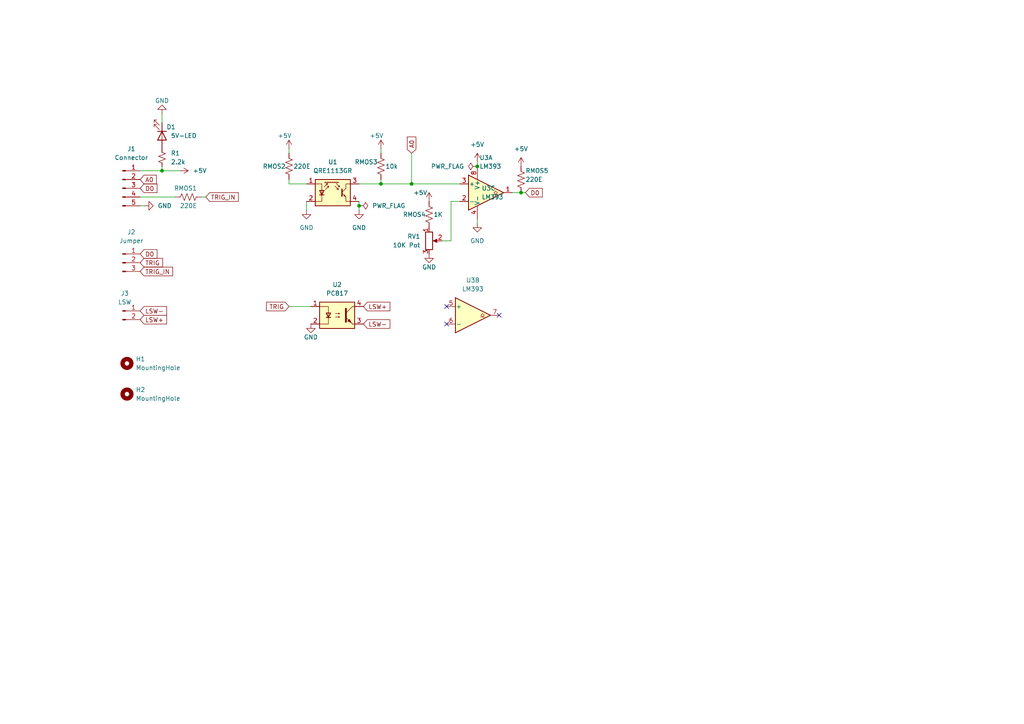
<source format=kicad_sch>
(kicad_sch (version 20230121) (generator eeschema)

  (uuid b2e1bde8-8792-46aa-a276-64435865ae60)

  (paper "A4")

  (lib_symbols
    (symbol "Comparator:LM393" (pin_names (offset 0.127)) (in_bom yes) (on_board yes)
      (property "Reference" "U" (at 3.81 3.81 0)
        (effects (font (size 1.27 1.27)))
      )
      (property "Value" "LM393" (at 6.35 -3.81 0)
        (effects (font (size 1.27 1.27)))
      )
      (property "Footprint" "" (at 0 0 0)
        (effects (font (size 1.27 1.27)) hide)
      )
      (property "Datasheet" "http://www.ti.com/lit/ds/symlink/lm393.pdf" (at 0 0 0)
        (effects (font (size 1.27 1.27)) hide)
      )
      (property "ki_locked" "" (at 0 0 0)
        (effects (font (size 1.27 1.27)))
      )
      (property "ki_keywords" "cmp open collector" (at 0 0 0)
        (effects (font (size 1.27 1.27)) hide)
      )
      (property "ki_description" "Low-Power, Low-Offset Voltage, Dual Comparators, DIP-8/SOIC-8/TO-99-8" (at 0 0 0)
        (effects (font (size 1.27 1.27)) hide)
      )
      (property "ki_fp_filters" "SOIC*3.9x4.9mm*P1.27mm* DIP*W7.62mm* SOP*5.28x5.23mm*P1.27mm* VSSOP*3.0x3.0mm*P0.65mm* TSSOP*4.4x3mm*P0.65mm*" (at 0 0 0)
        (effects (font (size 1.27 1.27)) hide)
      )
      (symbol "LM393_1_1"
        (polyline
          (pts
            (xy -5.08 5.08)
            (xy 5.08 0)
            (xy -5.08 -5.08)
            (xy -5.08 5.08)
          )
          (stroke (width 0.254) (type default))
          (fill (type background))
        )
        (polyline
          (pts
            (xy 3.302 -0.508)
            (xy 2.794 -0.508)
            (xy 3.302 0)
            (xy 2.794 0.508)
            (xy 2.286 0)
            (xy 2.794 -0.508)
            (xy 2.286 -0.508)
          )
          (stroke (width 0.127) (type default))
          (fill (type none))
        )
        (pin open_collector line (at 7.62 0 180) (length 2.54)
          (name "~" (effects (font (size 1.27 1.27))))
          (number "1" (effects (font (size 1.27 1.27))))
        )
        (pin input line (at -7.62 -2.54 0) (length 2.54)
          (name "-" (effects (font (size 1.27 1.27))))
          (number "2" (effects (font (size 1.27 1.27))))
        )
        (pin input line (at -7.62 2.54 0) (length 2.54)
          (name "+" (effects (font (size 1.27 1.27))))
          (number "3" (effects (font (size 1.27 1.27))))
        )
      )
      (symbol "LM393_2_1"
        (polyline
          (pts
            (xy -5.08 5.08)
            (xy 5.08 0)
            (xy -5.08 -5.08)
            (xy -5.08 5.08)
          )
          (stroke (width 0.254) (type default))
          (fill (type background))
        )
        (polyline
          (pts
            (xy 3.302 -0.508)
            (xy 2.794 -0.508)
            (xy 3.302 0)
            (xy 2.794 0.508)
            (xy 2.286 0)
            (xy 2.794 -0.508)
            (xy 2.286 -0.508)
          )
          (stroke (width 0.127) (type default))
          (fill (type none))
        )
        (pin input line (at -7.62 2.54 0) (length 2.54)
          (name "+" (effects (font (size 1.27 1.27))))
          (number "5" (effects (font (size 1.27 1.27))))
        )
        (pin input line (at -7.62 -2.54 0) (length 2.54)
          (name "-" (effects (font (size 1.27 1.27))))
          (number "6" (effects (font (size 1.27 1.27))))
        )
        (pin open_collector line (at 7.62 0 180) (length 2.54)
          (name "~" (effects (font (size 1.27 1.27))))
          (number "7" (effects (font (size 1.27 1.27))))
        )
      )
      (symbol "LM393_3_1"
        (pin power_in line (at -2.54 -7.62 90) (length 3.81)
          (name "V-" (effects (font (size 1.27 1.27))))
          (number "4" (effects (font (size 1.27 1.27))))
        )
        (pin power_in line (at -2.54 7.62 270) (length 3.81)
          (name "V+" (effects (font (size 1.27 1.27))))
          (number "8" (effects (font (size 1.27 1.27))))
        )
      )
    )
    (symbol "Connector:Conn_01x02_Pin" (pin_names (offset 1.016) hide) (in_bom yes) (on_board yes)
      (property "Reference" "J" (at 0 2.54 0)
        (effects (font (size 1.27 1.27)))
      )
      (property "Value" "Conn_01x02_Pin" (at 0 -5.08 0)
        (effects (font (size 1.27 1.27)))
      )
      (property "Footprint" "" (at 0 0 0)
        (effects (font (size 1.27 1.27)) hide)
      )
      (property "Datasheet" "~" (at 0 0 0)
        (effects (font (size 1.27 1.27)) hide)
      )
      (property "ki_locked" "" (at 0 0 0)
        (effects (font (size 1.27 1.27)))
      )
      (property "ki_keywords" "connector" (at 0 0 0)
        (effects (font (size 1.27 1.27)) hide)
      )
      (property "ki_description" "Generic connector, single row, 01x02, script generated" (at 0 0 0)
        (effects (font (size 1.27 1.27)) hide)
      )
      (property "ki_fp_filters" "Connector*:*_1x??_*" (at 0 0 0)
        (effects (font (size 1.27 1.27)) hide)
      )
      (symbol "Conn_01x02_Pin_1_1"
        (polyline
          (pts
            (xy 1.27 -2.54)
            (xy 0.8636 -2.54)
          )
          (stroke (width 0.1524) (type default))
          (fill (type none))
        )
        (polyline
          (pts
            (xy 1.27 0)
            (xy 0.8636 0)
          )
          (stroke (width 0.1524) (type default))
          (fill (type none))
        )
        (rectangle (start 0.8636 -2.413) (end 0 -2.667)
          (stroke (width 0.1524) (type default))
          (fill (type outline))
        )
        (rectangle (start 0.8636 0.127) (end 0 -0.127)
          (stroke (width 0.1524) (type default))
          (fill (type outline))
        )
        (pin passive line (at 5.08 0 180) (length 3.81)
          (name "Pin_1" (effects (font (size 1.27 1.27))))
          (number "1" (effects (font (size 1.27 1.27))))
        )
        (pin passive line (at 5.08 -2.54 180) (length 3.81)
          (name "Pin_2" (effects (font (size 1.27 1.27))))
          (number "2" (effects (font (size 1.27 1.27))))
        )
      )
    )
    (symbol "Connector:Conn_01x03_Pin" (pin_names (offset 1.016) hide) (in_bom yes) (on_board yes)
      (property "Reference" "J" (at 0 5.08 0)
        (effects (font (size 1.27 1.27)))
      )
      (property "Value" "Conn_01x03_Pin" (at 0 -5.08 0)
        (effects (font (size 1.27 1.27)))
      )
      (property "Footprint" "" (at 0 0 0)
        (effects (font (size 1.27 1.27)) hide)
      )
      (property "Datasheet" "~" (at 0 0 0)
        (effects (font (size 1.27 1.27)) hide)
      )
      (property "ki_locked" "" (at 0 0 0)
        (effects (font (size 1.27 1.27)))
      )
      (property "ki_keywords" "connector" (at 0 0 0)
        (effects (font (size 1.27 1.27)) hide)
      )
      (property "ki_description" "Generic connector, single row, 01x03, script generated" (at 0 0 0)
        (effects (font (size 1.27 1.27)) hide)
      )
      (property "ki_fp_filters" "Connector*:*_1x??_*" (at 0 0 0)
        (effects (font (size 1.27 1.27)) hide)
      )
      (symbol "Conn_01x03_Pin_1_1"
        (polyline
          (pts
            (xy 1.27 -2.54)
            (xy 0.8636 -2.54)
          )
          (stroke (width 0.1524) (type default))
          (fill (type none))
        )
        (polyline
          (pts
            (xy 1.27 0)
            (xy 0.8636 0)
          )
          (stroke (width 0.1524) (type default))
          (fill (type none))
        )
        (polyline
          (pts
            (xy 1.27 2.54)
            (xy 0.8636 2.54)
          )
          (stroke (width 0.1524) (type default))
          (fill (type none))
        )
        (rectangle (start 0.8636 -2.413) (end 0 -2.667)
          (stroke (width 0.1524) (type default))
          (fill (type outline))
        )
        (rectangle (start 0.8636 0.127) (end 0 -0.127)
          (stroke (width 0.1524) (type default))
          (fill (type outline))
        )
        (rectangle (start 0.8636 2.667) (end 0 2.413)
          (stroke (width 0.1524) (type default))
          (fill (type outline))
        )
        (pin passive line (at 5.08 2.54 180) (length 3.81)
          (name "Pin_1" (effects (font (size 1.27 1.27))))
          (number "1" (effects (font (size 1.27 1.27))))
        )
        (pin passive line (at 5.08 0 180) (length 3.81)
          (name "Pin_2" (effects (font (size 1.27 1.27))))
          (number "2" (effects (font (size 1.27 1.27))))
        )
        (pin passive line (at 5.08 -2.54 180) (length 3.81)
          (name "Pin_3" (effects (font (size 1.27 1.27))))
          (number "3" (effects (font (size 1.27 1.27))))
        )
      )
    )
    (symbol "Connector:Conn_01x05_Pin" (pin_names (offset 1.016) hide) (in_bom yes) (on_board yes)
      (property "Reference" "J" (at 0 7.62 0)
        (effects (font (size 1.27 1.27)))
      )
      (property "Value" "Conn_01x05_Pin" (at 0 -7.62 0)
        (effects (font (size 1.27 1.27)))
      )
      (property "Footprint" "" (at 0 0 0)
        (effects (font (size 1.27 1.27)) hide)
      )
      (property "Datasheet" "~" (at 0 0 0)
        (effects (font (size 1.27 1.27)) hide)
      )
      (property "ki_locked" "" (at 0 0 0)
        (effects (font (size 1.27 1.27)))
      )
      (property "ki_keywords" "connector" (at 0 0 0)
        (effects (font (size 1.27 1.27)) hide)
      )
      (property "ki_description" "Generic connector, single row, 01x05, script generated" (at 0 0 0)
        (effects (font (size 1.27 1.27)) hide)
      )
      (property "ki_fp_filters" "Connector*:*_1x??_*" (at 0 0 0)
        (effects (font (size 1.27 1.27)) hide)
      )
      (symbol "Conn_01x05_Pin_1_1"
        (polyline
          (pts
            (xy 1.27 -5.08)
            (xy 0.8636 -5.08)
          )
          (stroke (width 0.1524) (type default))
          (fill (type none))
        )
        (polyline
          (pts
            (xy 1.27 -2.54)
            (xy 0.8636 -2.54)
          )
          (stroke (width 0.1524) (type default))
          (fill (type none))
        )
        (polyline
          (pts
            (xy 1.27 0)
            (xy 0.8636 0)
          )
          (stroke (width 0.1524) (type default))
          (fill (type none))
        )
        (polyline
          (pts
            (xy 1.27 2.54)
            (xy 0.8636 2.54)
          )
          (stroke (width 0.1524) (type default))
          (fill (type none))
        )
        (polyline
          (pts
            (xy 1.27 5.08)
            (xy 0.8636 5.08)
          )
          (stroke (width 0.1524) (type default))
          (fill (type none))
        )
        (rectangle (start 0.8636 -4.953) (end 0 -5.207)
          (stroke (width 0.1524) (type default))
          (fill (type outline))
        )
        (rectangle (start 0.8636 -2.413) (end 0 -2.667)
          (stroke (width 0.1524) (type default))
          (fill (type outline))
        )
        (rectangle (start 0.8636 0.127) (end 0 -0.127)
          (stroke (width 0.1524) (type default))
          (fill (type outline))
        )
        (rectangle (start 0.8636 2.667) (end 0 2.413)
          (stroke (width 0.1524) (type default))
          (fill (type outline))
        )
        (rectangle (start 0.8636 5.207) (end 0 4.953)
          (stroke (width 0.1524) (type default))
          (fill (type outline))
        )
        (pin passive line (at 5.08 5.08 180) (length 3.81)
          (name "Pin_1" (effects (font (size 1.27 1.27))))
          (number "1" (effects (font (size 1.27 1.27))))
        )
        (pin passive line (at 5.08 2.54 180) (length 3.81)
          (name "Pin_2" (effects (font (size 1.27 1.27))))
          (number "2" (effects (font (size 1.27 1.27))))
        )
        (pin passive line (at 5.08 0 180) (length 3.81)
          (name "Pin_3" (effects (font (size 1.27 1.27))))
          (number "3" (effects (font (size 1.27 1.27))))
        )
        (pin passive line (at 5.08 -2.54 180) (length 3.81)
          (name "Pin_4" (effects (font (size 1.27 1.27))))
          (number "4" (effects (font (size 1.27 1.27))))
        )
        (pin passive line (at 5.08 -5.08 180) (length 3.81)
          (name "Pin_5" (effects (font (size 1.27 1.27))))
          (number "5" (effects (font (size 1.27 1.27))))
        )
      )
    )
    (symbol "Device:LED" (pin_numbers hide) (pin_names (offset 1.016) hide) (in_bom yes) (on_board yes)
      (property "Reference" "D" (at 0 2.54 0)
        (effects (font (size 1.27 1.27)))
      )
      (property "Value" "LED" (at 0 -2.54 0)
        (effects (font (size 1.27 1.27)))
      )
      (property "Footprint" "" (at 0 0 0)
        (effects (font (size 1.27 1.27)) hide)
      )
      (property "Datasheet" "~" (at 0 0 0)
        (effects (font (size 1.27 1.27)) hide)
      )
      (property "ki_keywords" "LED diode" (at 0 0 0)
        (effects (font (size 1.27 1.27)) hide)
      )
      (property "ki_description" "Light emitting diode" (at 0 0 0)
        (effects (font (size 1.27 1.27)) hide)
      )
      (property "ki_fp_filters" "LED* LED_SMD:* LED_THT:*" (at 0 0 0)
        (effects (font (size 1.27 1.27)) hide)
      )
      (symbol "LED_0_1"
        (polyline
          (pts
            (xy -1.27 -1.27)
            (xy -1.27 1.27)
          )
          (stroke (width 0.254) (type default))
          (fill (type none))
        )
        (polyline
          (pts
            (xy -1.27 0)
            (xy 1.27 0)
          )
          (stroke (width 0) (type default))
          (fill (type none))
        )
        (polyline
          (pts
            (xy 1.27 -1.27)
            (xy 1.27 1.27)
            (xy -1.27 0)
            (xy 1.27 -1.27)
          )
          (stroke (width 0.254) (type default))
          (fill (type none))
        )
        (polyline
          (pts
            (xy -3.048 -0.762)
            (xy -4.572 -2.286)
            (xy -3.81 -2.286)
            (xy -4.572 -2.286)
            (xy -4.572 -1.524)
          )
          (stroke (width 0) (type default))
          (fill (type none))
        )
        (polyline
          (pts
            (xy -1.778 -0.762)
            (xy -3.302 -2.286)
            (xy -2.54 -2.286)
            (xy -3.302 -2.286)
            (xy -3.302 -1.524)
          )
          (stroke (width 0) (type default))
          (fill (type none))
        )
      )
      (symbol "LED_1_1"
        (pin passive line (at -3.81 0 0) (length 2.54)
          (name "K" (effects (font (size 1.27 1.27))))
          (number "1" (effects (font (size 1.27 1.27))))
        )
        (pin passive line (at 3.81 0 180) (length 2.54)
          (name "A" (effects (font (size 1.27 1.27))))
          (number "2" (effects (font (size 1.27 1.27))))
        )
      )
    )
    (symbol "Device:R_Potentiometer" (pin_names (offset 1.016) hide) (in_bom yes) (on_board yes)
      (property "Reference" "RV" (at -4.445 0 90)
        (effects (font (size 1.27 1.27)))
      )
      (property "Value" "R_Potentiometer" (at -2.54 0 90)
        (effects (font (size 1.27 1.27)))
      )
      (property "Footprint" "" (at 0 0 0)
        (effects (font (size 1.27 1.27)) hide)
      )
      (property "Datasheet" "~" (at 0 0 0)
        (effects (font (size 1.27 1.27)) hide)
      )
      (property "ki_keywords" "resistor variable" (at 0 0 0)
        (effects (font (size 1.27 1.27)) hide)
      )
      (property "ki_description" "Potentiometer" (at 0 0 0)
        (effects (font (size 1.27 1.27)) hide)
      )
      (property "ki_fp_filters" "Potentiometer*" (at 0 0 0)
        (effects (font (size 1.27 1.27)) hide)
      )
      (symbol "R_Potentiometer_0_1"
        (polyline
          (pts
            (xy 2.54 0)
            (xy 1.524 0)
          )
          (stroke (width 0) (type default))
          (fill (type none))
        )
        (polyline
          (pts
            (xy 1.143 0)
            (xy 2.286 0.508)
            (xy 2.286 -0.508)
            (xy 1.143 0)
          )
          (stroke (width 0) (type default))
          (fill (type outline))
        )
        (rectangle (start 1.016 2.54) (end -1.016 -2.54)
          (stroke (width 0.254) (type default))
          (fill (type none))
        )
      )
      (symbol "R_Potentiometer_1_1"
        (pin passive line (at 0 3.81 270) (length 1.27)
          (name "1" (effects (font (size 1.27 1.27))))
          (number "1" (effects (font (size 1.27 1.27))))
        )
        (pin passive line (at 3.81 0 180) (length 1.27)
          (name "2" (effects (font (size 1.27 1.27))))
          (number "2" (effects (font (size 1.27 1.27))))
        )
        (pin passive line (at 0 -3.81 90) (length 1.27)
          (name "3" (effects (font (size 1.27 1.27))))
          (number "3" (effects (font (size 1.27 1.27))))
        )
      )
    )
    (symbol "Device:R_Small_US" (pin_numbers hide) (pin_names (offset 0.254) hide) (in_bom yes) (on_board yes)
      (property "Reference" "R" (at 0.762 0.508 0)
        (effects (font (size 1.27 1.27)) (justify left))
      )
      (property "Value" "R_Small_US" (at 0.762 -1.016 0)
        (effects (font (size 1.27 1.27)) (justify left))
      )
      (property "Footprint" "" (at 0 0 0)
        (effects (font (size 1.27 1.27)) hide)
      )
      (property "Datasheet" "~" (at 0 0 0)
        (effects (font (size 1.27 1.27)) hide)
      )
      (property "ki_keywords" "r resistor" (at 0 0 0)
        (effects (font (size 1.27 1.27)) hide)
      )
      (property "ki_description" "Resistor, small US symbol" (at 0 0 0)
        (effects (font (size 1.27 1.27)) hide)
      )
      (property "ki_fp_filters" "R_*" (at 0 0 0)
        (effects (font (size 1.27 1.27)) hide)
      )
      (symbol "R_Small_US_1_1"
        (polyline
          (pts
            (xy 0 0)
            (xy 1.016 -0.381)
            (xy 0 -0.762)
            (xy -1.016 -1.143)
            (xy 0 -1.524)
          )
          (stroke (width 0) (type default))
          (fill (type none))
        )
        (polyline
          (pts
            (xy 0 1.524)
            (xy 1.016 1.143)
            (xy 0 0.762)
            (xy -1.016 0.381)
            (xy 0 0)
          )
          (stroke (width 0) (type default))
          (fill (type none))
        )
        (pin passive line (at 0 2.54 270) (length 1.016)
          (name "~" (effects (font (size 1.27 1.27))))
          (number "1" (effects (font (size 1.27 1.27))))
        )
        (pin passive line (at 0 -2.54 90) (length 1.016)
          (name "~" (effects (font (size 1.27 1.27))))
          (number "2" (effects (font (size 1.27 1.27))))
        )
      )
    )
    (symbol "Device:R_US" (pin_numbers hide) (pin_names (offset 0)) (in_bom yes) (on_board yes)
      (property "Reference" "R" (at 2.54 0 90)
        (effects (font (size 1.27 1.27)))
      )
      (property "Value" "R_US" (at -2.54 0 90)
        (effects (font (size 1.27 1.27)))
      )
      (property "Footprint" "" (at 1.016 -0.254 90)
        (effects (font (size 1.27 1.27)) hide)
      )
      (property "Datasheet" "~" (at 0 0 0)
        (effects (font (size 1.27 1.27)) hide)
      )
      (property "ki_keywords" "R res resistor" (at 0 0 0)
        (effects (font (size 1.27 1.27)) hide)
      )
      (property "ki_description" "Resistor, US symbol" (at 0 0 0)
        (effects (font (size 1.27 1.27)) hide)
      )
      (property "ki_fp_filters" "R_*" (at 0 0 0)
        (effects (font (size 1.27 1.27)) hide)
      )
      (symbol "R_US_0_1"
        (polyline
          (pts
            (xy 0 -2.286)
            (xy 0 -2.54)
          )
          (stroke (width 0) (type default))
          (fill (type none))
        )
        (polyline
          (pts
            (xy 0 2.286)
            (xy 0 2.54)
          )
          (stroke (width 0) (type default))
          (fill (type none))
        )
        (polyline
          (pts
            (xy 0 -0.762)
            (xy 1.016 -1.143)
            (xy 0 -1.524)
            (xy -1.016 -1.905)
            (xy 0 -2.286)
          )
          (stroke (width 0) (type default))
          (fill (type none))
        )
        (polyline
          (pts
            (xy 0 0.762)
            (xy 1.016 0.381)
            (xy 0 0)
            (xy -1.016 -0.381)
            (xy 0 -0.762)
          )
          (stroke (width 0) (type default))
          (fill (type none))
        )
        (polyline
          (pts
            (xy 0 2.286)
            (xy 1.016 1.905)
            (xy 0 1.524)
            (xy -1.016 1.143)
            (xy 0 0.762)
          )
          (stroke (width 0) (type default))
          (fill (type none))
        )
      )
      (symbol "R_US_1_1"
        (pin passive line (at 0 3.81 270) (length 1.27)
          (name "~" (effects (font (size 1.27 1.27))))
          (number "1" (effects (font (size 1.27 1.27))))
        )
        (pin passive line (at 0 -3.81 90) (length 1.27)
          (name "~" (effects (font (size 1.27 1.27))))
          (number "2" (effects (font (size 1.27 1.27))))
        )
      )
    )
    (symbol "Isolator:PC817" (pin_names (offset 1.016)) (in_bom yes) (on_board yes)
      (property "Reference" "U" (at -5.08 5.08 0)
        (effects (font (size 1.27 1.27)) (justify left))
      )
      (property "Value" "PC817" (at 0 5.08 0)
        (effects (font (size 1.27 1.27)) (justify left))
      )
      (property "Footprint" "Package_DIP:DIP-4_W7.62mm" (at -5.08 -5.08 0)
        (effects (font (size 1.27 1.27) italic) (justify left) hide)
      )
      (property "Datasheet" "http://www.soselectronic.cz/a_info/resource/d/pc817.pdf" (at 0 0 0)
        (effects (font (size 1.27 1.27)) (justify left) hide)
      )
      (property "ki_keywords" "NPN DC Optocoupler" (at 0 0 0)
        (effects (font (size 1.27 1.27)) hide)
      )
      (property "ki_description" "DC Optocoupler, Vce 35V, CTR 50-300%, DIP-4" (at 0 0 0)
        (effects (font (size 1.27 1.27)) hide)
      )
      (property "ki_fp_filters" "DIP*W7.62mm*" (at 0 0 0)
        (effects (font (size 1.27 1.27)) hide)
      )
      (symbol "PC817_0_1"
        (rectangle (start -5.08 3.81) (end 5.08 -3.81)
          (stroke (width 0.254) (type default))
          (fill (type background))
        )
        (polyline
          (pts
            (xy -3.175 -0.635)
            (xy -1.905 -0.635)
          )
          (stroke (width 0.254) (type default))
          (fill (type none))
        )
        (polyline
          (pts
            (xy 2.54 0.635)
            (xy 4.445 2.54)
          )
          (stroke (width 0) (type default))
          (fill (type none))
        )
        (polyline
          (pts
            (xy 4.445 -2.54)
            (xy 2.54 -0.635)
          )
          (stroke (width 0) (type default))
          (fill (type outline))
        )
        (polyline
          (pts
            (xy 4.445 -2.54)
            (xy 5.08 -2.54)
          )
          (stroke (width 0) (type default))
          (fill (type none))
        )
        (polyline
          (pts
            (xy 4.445 2.54)
            (xy 5.08 2.54)
          )
          (stroke (width 0) (type default))
          (fill (type none))
        )
        (polyline
          (pts
            (xy -5.08 2.54)
            (xy -2.54 2.54)
            (xy -2.54 -0.635)
          )
          (stroke (width 0) (type default))
          (fill (type none))
        )
        (polyline
          (pts
            (xy -2.54 -0.635)
            (xy -2.54 -2.54)
            (xy -5.08 -2.54)
          )
          (stroke (width 0) (type default))
          (fill (type none))
        )
        (polyline
          (pts
            (xy 2.54 1.905)
            (xy 2.54 -1.905)
            (xy 2.54 -1.905)
          )
          (stroke (width 0.508) (type default))
          (fill (type none))
        )
        (polyline
          (pts
            (xy -2.54 -0.635)
            (xy -3.175 0.635)
            (xy -1.905 0.635)
            (xy -2.54 -0.635)
          )
          (stroke (width 0.254) (type default))
          (fill (type none))
        )
        (polyline
          (pts
            (xy -0.508 -0.508)
            (xy 0.762 -0.508)
            (xy 0.381 -0.635)
            (xy 0.381 -0.381)
            (xy 0.762 -0.508)
          )
          (stroke (width 0) (type default))
          (fill (type none))
        )
        (polyline
          (pts
            (xy -0.508 0.508)
            (xy 0.762 0.508)
            (xy 0.381 0.381)
            (xy 0.381 0.635)
            (xy 0.762 0.508)
          )
          (stroke (width 0) (type default))
          (fill (type none))
        )
        (polyline
          (pts
            (xy 3.048 -1.651)
            (xy 3.556 -1.143)
            (xy 4.064 -2.159)
            (xy 3.048 -1.651)
            (xy 3.048 -1.651)
          )
          (stroke (width 0) (type default))
          (fill (type outline))
        )
      )
      (symbol "PC817_1_1"
        (pin passive line (at -7.62 2.54 0) (length 2.54)
          (name "~" (effects (font (size 1.27 1.27))))
          (number "1" (effects (font (size 1.27 1.27))))
        )
        (pin passive line (at -7.62 -2.54 0) (length 2.54)
          (name "~" (effects (font (size 1.27 1.27))))
          (number "2" (effects (font (size 1.27 1.27))))
        )
        (pin passive line (at 7.62 -2.54 180) (length 2.54)
          (name "~" (effects (font (size 1.27 1.27))))
          (number "3" (effects (font (size 1.27 1.27))))
        )
        (pin passive line (at 7.62 2.54 180) (length 2.54)
          (name "~" (effects (font (size 1.27 1.27))))
          (number "4" (effects (font (size 1.27 1.27))))
        )
      )
    )
    (symbol "Mechanical:MountingHole" (pin_names (offset 1.016)) (in_bom yes) (on_board yes)
      (property "Reference" "H" (at 0 5.08 0)
        (effects (font (size 1.27 1.27)))
      )
      (property "Value" "MountingHole" (at 0 3.175 0)
        (effects (font (size 1.27 1.27)))
      )
      (property "Footprint" "" (at 0 0 0)
        (effects (font (size 1.27 1.27)) hide)
      )
      (property "Datasheet" "~" (at 0 0 0)
        (effects (font (size 1.27 1.27)) hide)
      )
      (property "ki_keywords" "mounting hole" (at 0 0 0)
        (effects (font (size 1.27 1.27)) hide)
      )
      (property "ki_description" "Mounting Hole without connection" (at 0 0 0)
        (effects (font (size 1.27 1.27)) hide)
      )
      (property "ki_fp_filters" "MountingHole*" (at 0 0 0)
        (effects (font (size 1.27 1.27)) hide)
      )
      (symbol "MountingHole_0_1"
        (circle (center 0 0) (radius 1.27)
          (stroke (width 1.27) (type default))
          (fill (type none))
        )
      )
    )
    (symbol "Sensor_Proximity:QRE1113GR" (pin_names (offset 0.0254) hide) (in_bom yes) (on_board yes)
      (property "Reference" "U" (at -3.81 5.08 0)
        (effects (font (size 1.27 1.27)))
      )
      (property "Value" "QRE1113GR" (at 11.43 5.08 0)
        (effects (font (size 1.27 1.27)) (justify right))
      )
      (property "Footprint" "OptoDevice:OnSemi_CASE100CY" (at 0 -5.08 0)
        (effects (font (size 1.27 1.27)) hide)
      )
      (property "Datasheet" "http://www.onsemi.com/pub/Collateral/QRE1113-D.PDF" (at 0 2.54 0)
        (effects (font (size 1.27 1.27)) hide)
      )
      (property "ki_keywords" "Reflective Optical Sensor Opto reflex coupler" (at 0 0 0)
        (effects (font (size 1.27 1.27)) hide)
      )
      (property "ki_description" "Miniature Reflective Optical Object Sensor, SMD-4" (at 0 0 0)
        (effects (font (size 1.27 1.27)) hide)
      )
      (property "ki_fp_filters" "OnSemi*CASE100CY*" (at 0 0 0)
        (effects (font (size 1.27 1.27)) hide)
      )
      (symbol "QRE1113GR_0_1"
        (polyline
          (pts
            (xy -3.81 -0.635)
            (xy -2.54 -0.635)
          )
          (stroke (width 0.254) (type default))
          (fill (type none))
        )
        (polyline
          (pts
            (xy -2.286 2.921)
            (xy -2.032 3.175)
          )
          (stroke (width 0) (type default))
          (fill (type none))
        )
        (polyline
          (pts
            (xy -1.778 2.921)
            (xy -1.524 3.175)
          )
          (stroke (width 0) (type default))
          (fill (type none))
        )
        (polyline
          (pts
            (xy -1.524 2.667)
            (xy -1.651 2.159)
          )
          (stroke (width 0) (type default))
          (fill (type none))
        )
        (polyline
          (pts
            (xy -1.27 2.921)
            (xy -1.016 3.175)
          )
          (stroke (width 0) (type default))
          (fill (type none))
        )
        (polyline
          (pts
            (xy -1.143 1.905)
            (xy -1.27 1.397)
          )
          (stroke (width 0) (type default))
          (fill (type none))
        )
        (polyline
          (pts
            (xy -0.762 2.921)
            (xy -0.508 3.175)
          )
          (stroke (width 0) (type default))
          (fill (type none))
        )
        (polyline
          (pts
            (xy -0.254 2.921)
            (xy 0 3.175)
          )
          (stroke (width 0) (type default))
          (fill (type none))
        )
        (polyline
          (pts
            (xy 0.254 2.921)
            (xy 0.508 3.175)
          )
          (stroke (width 0) (type default))
          (fill (type none))
        )
        (polyline
          (pts
            (xy 0.762 2.921)
            (xy 1.016 3.175)
          )
          (stroke (width 0) (type default))
          (fill (type none))
        )
        (polyline
          (pts
            (xy 1.27 2.921)
            (xy 1.524 3.175)
          )
          (stroke (width 0) (type default))
          (fill (type none))
        )
        (polyline
          (pts
            (xy 1.651 0.889)
            (xy 1.143 1.016)
          )
          (stroke (width 0) (type default))
          (fill (type none))
        )
        (polyline
          (pts
            (xy 1.778 2.921)
            (xy -2.413 2.921)
          )
          (stroke (width 0) (type default))
          (fill (type none))
        )
        (polyline
          (pts
            (xy 2.032 1.651)
            (xy 1.524 1.778)
          )
          (stroke (width 0) (type default))
          (fill (type none))
        )
        (polyline
          (pts
            (xy 2.667 -0.127)
            (xy 3.81 -1.27)
          )
          (stroke (width 0) (type default))
          (fill (type none))
        )
        (polyline
          (pts
            (xy 2.667 0.127)
            (xy 3.81 1.27)
          )
          (stroke (width 0) (type default))
          (fill (type none))
        )
        (polyline
          (pts
            (xy -2.54 1.651)
            (xy -1.524 2.667)
            (xy -2.032 2.54)
          )
          (stroke (width 0) (type default))
          (fill (type none))
        )
        (polyline
          (pts
            (xy -2.159 0.889)
            (xy -1.143 1.905)
            (xy -1.651 1.778)
          )
          (stroke (width 0) (type default))
          (fill (type none))
        )
        (polyline
          (pts
            (xy 0.635 1.905)
            (xy 1.651 0.889)
            (xy 1.524 1.397)
          )
          (stroke (width 0) (type default))
          (fill (type none))
        )
        (polyline
          (pts
            (xy 1.016 2.667)
            (xy 2.032 1.651)
            (xy 1.905 2.159)
          )
          (stroke (width 0) (type default))
          (fill (type none))
        )
        (polyline
          (pts
            (xy 2.667 1.016)
            (xy 2.667 -1.016)
            (xy 2.667 -1.016)
          )
          (stroke (width 0.3556) (type default))
          (fill (type none))
        )
        (polyline
          (pts
            (xy 3.81 -1.27)
            (xy 3.81 -2.54)
            (xy 5.08 -2.54)
          )
          (stroke (width 0) (type default))
          (fill (type none))
        )
        (polyline
          (pts
            (xy 3.81 1.27)
            (xy 3.81 2.54)
            (xy 5.08 2.54)
          )
          (stroke (width 0) (type default))
          (fill (type none))
        )
        (polyline
          (pts
            (xy -5.08 -2.54)
            (xy -3.175 -2.54)
            (xy -3.175 2.54)
            (xy -5.08 2.54)
          )
          (stroke (width 0) (type default))
          (fill (type none))
        )
        (polyline
          (pts
            (xy -3.175 -0.635)
            (xy -3.81 0.635)
            (xy -2.54 0.635)
            (xy -3.175 -0.635)
          )
          (stroke (width 0.254) (type default))
          (fill (type none))
        )
        (polyline
          (pts
            (xy 3.683 -1.143)
            (xy 3.429 -0.635)
            (xy 3.175 -0.889)
            (xy 3.683 -1.143)
          )
          (stroke (width 0) (type default))
          (fill (type none))
        )
        (polyline
          (pts
            (xy -5.08 -3.81)
            (xy 5.08 -3.81)
            (xy 5.08 3.81)
            (xy -5.08 3.81)
            (xy -5.08 -3.81)
          )
          (stroke (width 0.254) (type default))
          (fill (type background))
        )
      )
      (symbol "QRE1113GR_1_1"
        (pin passive line (at -7.62 2.54 0) (length 2.54)
          (name "A" (effects (font (size 1.27 1.27))))
          (number "1" (effects (font (size 1.27 1.27))))
        )
        (pin passive line (at -7.62 -2.54 0) (length 2.54)
          (name "K" (effects (font (size 1.27 1.27))))
          (number "2" (effects (font (size 1.27 1.27))))
        )
        (pin open_collector line (at 7.62 2.54 180) (length 2.54)
          (name "~" (effects (font (size 1.27 1.27))))
          (number "3" (effects (font (size 1.27 1.27))))
        )
        (pin open_emitter line (at 7.62 -2.54 180) (length 2.54)
          (name "~" (effects (font (size 1.27 1.27))))
          (number "4" (effects (font (size 1.27 1.27))))
        )
      )
    )
    (symbol "power:+5V" (power) (pin_names (offset 0)) (in_bom yes) (on_board yes)
      (property "Reference" "#PWR" (at 0 -3.81 0)
        (effects (font (size 1.27 1.27)) hide)
      )
      (property "Value" "+5V" (at 0 3.556 0)
        (effects (font (size 1.27 1.27)))
      )
      (property "Footprint" "" (at 0 0 0)
        (effects (font (size 1.27 1.27)) hide)
      )
      (property "Datasheet" "" (at 0 0 0)
        (effects (font (size 1.27 1.27)) hide)
      )
      (property "ki_keywords" "global power" (at 0 0 0)
        (effects (font (size 1.27 1.27)) hide)
      )
      (property "ki_description" "Power symbol creates a global label with name \"+5V\"" (at 0 0 0)
        (effects (font (size 1.27 1.27)) hide)
      )
      (symbol "+5V_0_1"
        (polyline
          (pts
            (xy -0.762 1.27)
            (xy 0 2.54)
          )
          (stroke (width 0) (type default))
          (fill (type none))
        )
        (polyline
          (pts
            (xy 0 0)
            (xy 0 2.54)
          )
          (stroke (width 0) (type default))
          (fill (type none))
        )
        (polyline
          (pts
            (xy 0 2.54)
            (xy 0.762 1.27)
          )
          (stroke (width 0) (type default))
          (fill (type none))
        )
      )
      (symbol "+5V_1_1"
        (pin power_in line (at 0 0 90) (length 0) hide
          (name "+5V" (effects (font (size 1.27 1.27))))
          (number "1" (effects (font (size 1.27 1.27))))
        )
      )
    )
    (symbol "power:GND" (power) (pin_names (offset 0)) (in_bom yes) (on_board yes)
      (property "Reference" "#PWR" (at 0 -6.35 0)
        (effects (font (size 1.27 1.27)) hide)
      )
      (property "Value" "GND" (at 0 -3.81 0)
        (effects (font (size 1.27 1.27)))
      )
      (property "Footprint" "" (at 0 0 0)
        (effects (font (size 1.27 1.27)) hide)
      )
      (property "Datasheet" "" (at 0 0 0)
        (effects (font (size 1.27 1.27)) hide)
      )
      (property "ki_keywords" "global power" (at 0 0 0)
        (effects (font (size 1.27 1.27)) hide)
      )
      (property "ki_description" "Power symbol creates a global label with name \"GND\" , ground" (at 0 0 0)
        (effects (font (size 1.27 1.27)) hide)
      )
      (symbol "GND_0_1"
        (polyline
          (pts
            (xy 0 0)
            (xy 0 -1.27)
            (xy 1.27 -1.27)
            (xy 0 -2.54)
            (xy -1.27 -1.27)
            (xy 0 -1.27)
          )
          (stroke (width 0) (type default))
          (fill (type none))
        )
      )
      (symbol "GND_1_1"
        (pin power_in line (at 0 0 270) (length 0) hide
          (name "GND" (effects (font (size 1.27 1.27))))
          (number "1" (effects (font (size 1.27 1.27))))
        )
      )
    )
    (symbol "power:PWR_FLAG" (power) (pin_numbers hide) (pin_names (offset 0) hide) (in_bom yes) (on_board yes)
      (property "Reference" "#FLG" (at 0 1.905 0)
        (effects (font (size 1.27 1.27)) hide)
      )
      (property "Value" "PWR_FLAG" (at 0 3.81 0)
        (effects (font (size 1.27 1.27)))
      )
      (property "Footprint" "" (at 0 0 0)
        (effects (font (size 1.27 1.27)) hide)
      )
      (property "Datasheet" "~" (at 0 0 0)
        (effects (font (size 1.27 1.27)) hide)
      )
      (property "ki_keywords" "flag power" (at 0 0 0)
        (effects (font (size 1.27 1.27)) hide)
      )
      (property "ki_description" "Special symbol for telling ERC where power comes from" (at 0 0 0)
        (effects (font (size 1.27 1.27)) hide)
      )
      (symbol "PWR_FLAG_0_0"
        (pin power_out line (at 0 0 90) (length 0)
          (name "pwr" (effects (font (size 1.27 1.27))))
          (number "1" (effects (font (size 1.27 1.27))))
        )
      )
      (symbol "PWR_FLAG_0_1"
        (polyline
          (pts
            (xy 0 0)
            (xy 0 1.27)
            (xy -1.016 1.905)
            (xy 0 2.54)
            (xy 1.016 1.905)
            (xy 0 1.27)
          )
          (stroke (width 0) (type default))
          (fill (type none))
        )
      )
    )
  )

  (junction (at 46.99 49.53) (diameter 0) (color 0 0 0 0)
    (uuid 1957c4f3-e54a-4d9e-abd6-dff584bc2801)
  )
  (junction (at 104.14 59.69) (diameter 0) (color 0 0 0 0)
    (uuid 1ea29bcc-1cd1-412a-8d69-b3b9aebe3bf0)
  )
  (junction (at 110.49 53.34) (diameter 0) (color 0 0 0 0)
    (uuid 3bdb55d0-0a17-424d-85fa-94d5e32ccc1d)
  )
  (junction (at 119.38 53.34) (diameter 0) (color 0 0 0 0)
    (uuid e697d24e-0d7d-41c9-b4c2-09896f27bc69)
  )
  (junction (at 138.43 48.26) (diameter 0) (color 0 0 0 0)
    (uuid eac674ef-4c50-4c7f-b4ed-996111f1c40a)
  )
  (junction (at 151.13 55.88) (diameter 0) (color 0 0 0 0)
    (uuid f3a304ed-755e-43bb-bc88-a8200a067d39)
  )

  (no_connect (at 144.78 91.44) (uuid 32415c85-611b-4e48-91b7-d5eb6bca4d42))
  (no_connect (at 129.54 88.9) (uuid 97f41727-6d50-4db3-9ccb-874447814bba))
  (no_connect (at 129.54 93.98) (uuid ccf9a07b-ecd2-4286-9ae0-f26f1b777fb2))

  (wire (pts (xy 40.64 59.69) (xy 41.91 59.69))
    (stroke (width 0) (type default))
    (uuid 05d6aff5-ba56-47f7-92cf-c65475bdb5fd)
  )
  (wire (pts (xy 104.14 53.34) (xy 110.49 53.34))
    (stroke (width 0) (type default))
    (uuid 07b0c471-c5e5-40e9-898b-8c319bfac891)
  )
  (wire (pts (xy 83.82 53.34) (xy 88.9 53.34))
    (stroke (width 0) (type default))
    (uuid 0db25d91-1b93-4c49-bb10-bc5670080520)
  )
  (wire (pts (xy 46.99 49.53) (xy 40.64 49.53))
    (stroke (width 0) (type default))
    (uuid 1458bb29-a776-4d48-af64-a56dd2257032)
  )
  (wire (pts (xy 83.82 88.9) (xy 90.17 88.9))
    (stroke (width 0) (type default))
    (uuid 1681ea7b-2e78-4fae-8768-2a5211e7828c)
  )
  (wire (pts (xy 58.42 57.15) (xy 59.69 57.15))
    (stroke (width 0) (type default))
    (uuid 1aca795c-0802-4e16-bf41-92f4d0edf348)
  )
  (wire (pts (xy 40.64 57.15) (xy 50.8 57.15))
    (stroke (width 0) (type default))
    (uuid 1e99615f-2314-46d1-a68b-ac5e165bb34e)
  )
  (wire (pts (xy 119.38 53.34) (xy 133.35 53.34))
    (stroke (width 0) (type default))
    (uuid 1f8299af-291a-4a09-803c-3437e8271142)
  )
  (wire (pts (xy 104.14 59.69) (xy 104.14 60.96))
    (stroke (width 0) (type default))
    (uuid 21fc9d77-5d62-4021-99da-6ff62716da59)
  )
  (wire (pts (xy 110.49 53.34) (xy 119.38 53.34))
    (stroke (width 0) (type default))
    (uuid 2295c456-f1eb-4771-a43c-e697b92500eb)
  )
  (wire (pts (xy 83.82 43.18) (xy 83.82 44.45))
    (stroke (width 0) (type default))
    (uuid 22a629d8-71fe-4745-9566-91b6938c367e)
  )
  (wire (pts (xy 104.14 59.69) (xy 104.14 58.42))
    (stroke (width 0) (type default))
    (uuid 275d09da-bf60-4c04-99d7-0c7cc0a44f83)
  )
  (wire (pts (xy 46.99 48.26) (xy 46.99 49.53))
    (stroke (width 0) (type default))
    (uuid 34bca1eb-9534-4bc1-b10e-c911273c0e0d)
  )
  (wire (pts (xy 138.43 64.77) (xy 138.43 63.5))
    (stroke (width 0) (type default))
    (uuid 3a31b2f1-1a41-488b-a41b-4612521daeae)
  )
  (wire (pts (xy 119.38 44.45) (xy 119.38 53.34))
    (stroke (width 0) (type default))
    (uuid 42ad5fdf-6bc8-48ed-bb5f-b5d894a76ece)
  )
  (wire (pts (xy 110.49 43.18) (xy 110.49 44.45))
    (stroke (width 0) (type default))
    (uuid 6ee5b3ce-3cda-4d57-9ea8-c807296290c3)
  )
  (wire (pts (xy 46.99 49.53) (xy 52.07 49.53))
    (stroke (width 0) (type default))
    (uuid 7206d335-6ad9-4b47-9b63-b1031d99d194)
  )
  (wire (pts (xy 152.4 55.88) (xy 151.13 55.88))
    (stroke (width 0) (type default))
    (uuid 80fa456e-9a21-451d-8e37-20bf42ca3825)
  )
  (wire (pts (xy 151.13 55.88) (xy 148.59 55.88))
    (stroke (width 0) (type default))
    (uuid 87f58110-018b-4d6e-8467-70676a58ea78)
  )
  (wire (pts (xy 138.43 46.99) (xy 138.43 48.26))
    (stroke (width 0) (type default))
    (uuid a79b287e-c05b-4659-843d-e2bd4dfe7d52)
  )
  (wire (pts (xy 133.35 58.42) (xy 130.81 58.42))
    (stroke (width 0) (type default))
    (uuid afe32854-8e5c-4862-8647-2e519f714d15)
  )
  (wire (pts (xy 130.81 69.85) (xy 128.27 69.85))
    (stroke (width 0) (type default))
    (uuid afe3d744-a7b8-449a-a979-80b3293d6aa5)
  )
  (wire (pts (xy 130.81 58.42) (xy 130.81 69.85))
    (stroke (width 0) (type default))
    (uuid bfdcb8de-4231-4a31-a6ca-dd72d4eeb461)
  )
  (wire (pts (xy 88.9 58.42) (xy 88.9 60.96))
    (stroke (width 0) (type default))
    (uuid cb8b9cfd-f701-4b92-b79f-97e69ebadc4c)
  )
  (wire (pts (xy 110.49 52.07) (xy 110.49 53.34))
    (stroke (width 0) (type default))
    (uuid d4354880-40ce-4f9d-ab53-6ae14f851900)
  )
  (wire (pts (xy 46.99 33.02) (xy 46.99 35.56))
    (stroke (width 0) (type default))
    (uuid e7d88e2c-52f5-430a-bfff-bc8b83cb6931)
  )
  (wire (pts (xy 83.82 53.34) (xy 83.82 52.07))
    (stroke (width 0) (type default))
    (uuid f6bb041e-e8db-4d2c-84d4-020202720998)
  )

  (global_label "A0" (shape input) (at 40.64 52.07 0) (fields_autoplaced)
    (effects (font (size 1.27 1.27)) (justify left))
    (uuid 037f7429-f88a-4532-9f2b-e6dd950f53ef)
    (property "Intersheetrefs" "${INTERSHEET_REFS}" (at 45.9233 52.07 0)
      (effects (font (size 1.27 1.27)) (justify left) hide)
    )
  )
  (global_label "A0" (shape input) (at 119.38 44.45 90) (fields_autoplaced)
    (effects (font (size 1.27 1.27)) (justify left))
    (uuid 098efceb-90fe-4432-ad3c-74ecf2b50efb)
    (property "Intersheetrefs" "${INTERSHEET_REFS}" (at 119.38 39.1667 90)
      (effects (font (size 1.27 1.27)) (justify left) hide)
    )
  )
  (global_label "TRIG_IN" (shape input) (at 59.69 57.15 0) (fields_autoplaced)
    (effects (font (size 1.27 1.27)) (justify left))
    (uuid 2ed3c15f-41a2-4ee9-9dcb-59dc23d1f578)
    (property "Intersheetrefs" "${INTERSHEET_REFS}" (at 69.6905 57.15 0)
      (effects (font (size 1.27 1.27)) (justify left) hide)
    )
  )
  (global_label "D0" (shape input) (at 152.4 55.88 0) (fields_autoplaced)
    (effects (font (size 1.27 1.27)) (justify left))
    (uuid 337a0fbb-1941-49e3-adf1-aef6fc3f1a66)
    (property "Intersheetrefs" "${INTERSHEET_REFS}" (at 157.8647 55.88 0)
      (effects (font (size 1.27 1.27)) (justify left) hide)
    )
  )
  (global_label "D0" (shape input) (at 40.64 73.66 0) (fields_autoplaced)
    (effects (font (size 1.27 1.27)) (justify left))
    (uuid 474c79b6-60b2-491a-a9f0-3d4e6063efa2)
    (property "Intersheetrefs" "${INTERSHEET_REFS}" (at 46.1047 73.66 0)
      (effects (font (size 1.27 1.27)) (justify left) hide)
    )
  )
  (global_label "LSW+" (shape input) (at 105.41 88.9 0) (fields_autoplaced)
    (effects (font (size 1.27 1.27)) (justify left))
    (uuid 5f4ceee9-2d37-46fb-bc36-aef7b72d84f2)
    (property "Intersheetrefs" "${INTERSHEET_REFS}" (at 113.6566 88.9 0)
      (effects (font (size 1.27 1.27)) (justify left) hide)
    )
  )
  (global_label "LSW-" (shape input) (at 105.41 93.98 0) (fields_autoplaced)
    (effects (font (size 1.27 1.27)) (justify left))
    (uuid 69da94f1-c476-499a-83ba-44bfb0fcf22e)
    (property "Intersheetrefs" "${INTERSHEET_REFS}" (at 113.6566 93.98 0)
      (effects (font (size 1.27 1.27)) (justify left) hide)
    )
  )
  (global_label "TRIG" (shape input) (at 83.82 88.9 180) (fields_autoplaced)
    (effects (font (size 1.27 1.27)) (justify right))
    (uuid 75a9e5a7-a72e-4713-8c40-9b243e70ff59)
    (property "Intersheetrefs" "${INTERSHEET_REFS}" (at 76.7224 88.9 0)
      (effects (font (size 1.27 1.27)) (justify right) hide)
    )
  )
  (global_label "LSW-" (shape input) (at 40.64 90.17 0) (fields_autoplaced)
    (effects (font (size 1.27 1.27)) (justify left))
    (uuid 8b723932-3b01-416f-aee7-114fd2e23835)
    (property "Intersheetrefs" "${INTERSHEET_REFS}" (at 48.8866 90.17 0)
      (effects (font (size 1.27 1.27)) (justify left) hide)
    )
  )
  (global_label "D0" (shape input) (at 40.64 54.61 0) (fields_autoplaced)
    (effects (font (size 1.27 1.27)) (justify left))
    (uuid 94f15f56-7adf-4575-91aa-d437b4ab9228)
    (property "Intersheetrefs" "${INTERSHEET_REFS}" (at 46.1047 54.61 0)
      (effects (font (size 1.27 1.27)) (justify left) hide)
    )
  )
  (global_label "TRIG_IN" (shape input) (at 40.64 78.74 0) (fields_autoplaced)
    (effects (font (size 1.27 1.27)) (justify left))
    (uuid 9bc37843-59b0-4ac5-ac67-2126a71c9b5d)
    (property "Intersheetrefs" "${INTERSHEET_REFS}" (at 50.6405 78.74 0)
      (effects (font (size 1.27 1.27)) (justify left) hide)
    )
  )
  (global_label "LSW+" (shape input) (at 40.64 92.71 0) (fields_autoplaced)
    (effects (font (size 1.27 1.27)) (justify left))
    (uuid ebaf2009-ce86-47d9-b2a0-e1a36a1f20ed)
    (property "Intersheetrefs" "${INTERSHEET_REFS}" (at 48.8866 92.71 0)
      (effects (font (size 1.27 1.27)) (justify left) hide)
    )
  )
  (global_label "TRIG" (shape input) (at 40.64 76.2 0) (fields_autoplaced)
    (effects (font (size 1.27 1.27)) (justify left))
    (uuid fedc85ee-7f00-443b-bde6-c4a357b5f3a1)
    (property "Intersheetrefs" "${INTERSHEET_REFS}" (at 47.7376 76.2 0)
      (effects (font (size 1.27 1.27)) (justify left) hide)
    )
  )

  (symbol (lib_id "power:PWR_FLAG") (at 104.14 59.69 270) (unit 1)
    (in_bom yes) (on_board yes) (dnp no) (fields_autoplaced)
    (uuid 03434ddf-34e4-4704-8470-5c1e1ca9dfd5)
    (property "Reference" "#FLG01" (at 106.045 59.69 0)
      (effects (font (size 1.27 1.27)) hide)
    )
    (property "Value" "PWR_FLAG" (at 107.95 59.69 90)
      (effects (font (size 1.27 1.27)) (justify left))
    )
    (property "Footprint" "" (at 104.14 59.69 0)
      (effects (font (size 1.27 1.27)) hide)
    )
    (property "Datasheet" "~" (at 104.14 59.69 0)
      (effects (font (size 1.27 1.27)) hide)
    )
    (pin "1" (uuid c0d13699-c9b0-4363-997e-4dacc151fdba))
    (instances
      (project "QTR_Sensor_Module"
        (path "/b2e1bde8-8792-46aa-a276-64435865ae60"
          (reference "#FLG01") (unit 1)
        )
      )
    )
  )

  (symbol (lib_id "Connector:Conn_01x05_Pin") (at 35.56 54.61 0) (unit 1)
    (in_bom yes) (on_board yes) (dnp no)
    (uuid 0380d049-a168-418e-b572-f70439c2974f)
    (property "Reference" "J1" (at 38.1 43.18 0)
      (effects (font (size 1.27 1.27)))
    )
    (property "Value" "Connector" (at 38.1 45.72 0)
      (effects (font (size 1.27 1.27)))
    )
    (property "Footprint" "JST 5 Pin SMD:B5BPHSM4TBTLFSN" (at 35.56 54.61 0)
      (effects (font (size 1.27 1.27)) hide)
    )
    (property "Datasheet" "~" (at 35.56 54.61 0)
      (effects (font (size 1.27 1.27)) hide)
    )
    (pin "3" (uuid d6046179-22f9-4e89-b57c-64bfd98303ea))
    (pin "5" (uuid 1638f234-2323-4956-9f8a-87c3cc1a4272))
    (pin "1" (uuid 4c186a23-289d-44be-9c74-48784a124a2f))
    (pin "4" (uuid e0b154ff-4141-4813-ab4c-7afbf33a3b5d))
    (pin "2" (uuid b98f4bc6-de7e-49e1-ad01-658817deab31))
    (instances
      (project "QTR_Sensor_Module"
        (path "/b2e1bde8-8792-46aa-a276-64435865ae60"
          (reference "J1") (unit 1)
        )
      )
    )
  )

  (symbol (lib_id "Device:R_Potentiometer") (at 124.46 69.85 0) (unit 1)
    (in_bom yes) (on_board yes) (dnp no)
    (uuid 182c87db-8f9a-4455-a8f2-6a1918b11387)
    (property "Reference" "RV1" (at 121.92 68.58 0)
      (effects (font (size 1.27 1.27)) (justify right))
    )
    (property "Value" "10K Pot" (at 121.92 71.12 0)
      (effects (font (size 1.27 1.27)) (justify right))
    )
    (property "Footprint" "10K TrimPot:TRIM_3362P-1-151" (at 124.46 69.85 0)
      (effects (font (size 1.27 1.27)) hide)
    )
    (property "Datasheet" "~" (at 124.46 69.85 0)
      (effects (font (size 1.27 1.27)) hide)
    )
    (pin "3" (uuid 4f9a6bac-4f67-4304-bc43-0606253d7e07))
    (pin "1" (uuid 52aad2e4-77f6-4581-ae0f-90cb5f22266e))
    (pin "2" (uuid 15308716-a915-43d7-954a-8e29d403ef3e))
    (instances
      (project "QTR_Sensor_Module"
        (path "/b2e1bde8-8792-46aa-a276-64435865ae60"
          (reference "RV1") (unit 1)
        )
      )
    )
  )

  (symbol (lib_id "power:GND") (at 124.46 73.66 0) (unit 1)
    (in_bom yes) (on_board yes) (dnp no)
    (uuid 1a742d5c-e1d2-4db9-b2fb-84f6785a9bcb)
    (property "Reference" "#PWR010" (at 124.46 80.01 0)
      (effects (font (size 1.27 1.27)) hide)
    )
    (property "Value" "GND" (at 124.46 77.47 0)
      (effects (font (size 1.27 1.27)))
    )
    (property "Footprint" "" (at 124.46 73.66 0)
      (effects (font (size 1.27 1.27)) hide)
    )
    (property "Datasheet" "" (at 124.46 73.66 0)
      (effects (font (size 1.27 1.27)) hide)
    )
    (pin "1" (uuid 3b28fcd8-530d-49b9-a84c-32dd10de0344))
    (instances
      (project "QTR_Sensor_Module"
        (path "/b2e1bde8-8792-46aa-a276-64435865ae60"
          (reference "#PWR010") (unit 1)
        )
      )
    )
  )

  (symbol (lib_id "power:+5V") (at 138.43 46.99 0) (unit 1)
    (in_bom yes) (on_board yes) (dnp no) (fields_autoplaced)
    (uuid 3e247a2e-e5ff-495f-928f-12021370dfae)
    (property "Reference" "#PWR011" (at 138.43 50.8 0)
      (effects (font (size 1.27 1.27)) hide)
    )
    (property "Value" "+5V" (at 138.43 41.91 0)
      (effects (font (size 1.27 1.27)))
    )
    (property "Footprint" "" (at 138.43 46.99 0)
      (effects (font (size 1.27 1.27)) hide)
    )
    (property "Datasheet" "" (at 138.43 46.99 0)
      (effects (font (size 1.27 1.27)) hide)
    )
    (pin "1" (uuid 6ef45c10-a731-43f2-a964-5bf3bc1d4b04))
    (instances
      (project "QTR_Sensor_Module"
        (path "/b2e1bde8-8792-46aa-a276-64435865ae60"
          (reference "#PWR011") (unit 1)
        )
      )
    )
  )

  (symbol (lib_id "power:+5V") (at 110.49 43.18 0) (unit 1)
    (in_bom yes) (on_board yes) (dnp no)
    (uuid 40606bc2-9610-4297-a3be-8a56acc1e45d)
    (property "Reference" "#PWR08" (at 110.49 46.99 0)
      (effects (font (size 1.27 1.27)) hide)
    )
    (property "Value" "+5V" (at 109.22 39.37 0)
      (effects (font (size 1.27 1.27)))
    )
    (property "Footprint" "" (at 110.49 43.18 0)
      (effects (font (size 1.27 1.27)) hide)
    )
    (property "Datasheet" "" (at 110.49 43.18 0)
      (effects (font (size 1.27 1.27)) hide)
    )
    (pin "1" (uuid 783709e5-1583-4e9f-9842-745180f97ff7))
    (instances
      (project "QTR_Sensor_Module"
        (path "/b2e1bde8-8792-46aa-a276-64435865ae60"
          (reference "#PWR08") (unit 1)
        )
      )
    )
  )

  (symbol (lib_id "power:+5V") (at 124.46 58.42 0) (unit 1)
    (in_bom yes) (on_board yes) (dnp no)
    (uuid 4e4382b0-1cf3-4354-8d50-131ce09580b8)
    (property "Reference" "#PWR09" (at 124.46 62.23 0)
      (effects (font (size 1.27 1.27)) hide)
    )
    (property "Value" "+5V" (at 121.92 55.88 0)
      (effects (font (size 1.27 1.27)))
    )
    (property "Footprint" "" (at 124.46 58.42 0)
      (effects (font (size 1.27 1.27)) hide)
    )
    (property "Datasheet" "" (at 124.46 58.42 0)
      (effects (font (size 1.27 1.27)) hide)
    )
    (pin "1" (uuid 3b74015f-94ab-4951-a6d5-af73be67c4a4))
    (instances
      (project "QTR_Sensor_Module"
        (path "/b2e1bde8-8792-46aa-a276-64435865ae60"
          (reference "#PWR09") (unit 1)
        )
      )
    )
  )

  (symbol (lib_id "power:GND") (at 138.43 64.77 0) (unit 1)
    (in_bom yes) (on_board yes) (dnp no) (fields_autoplaced)
    (uuid 52255fc7-dd70-427d-b9e3-bfc667d32f04)
    (property "Reference" "#PWR012" (at 138.43 71.12 0)
      (effects (font (size 1.27 1.27)) hide)
    )
    (property "Value" "GND" (at 138.43 69.85 0)
      (effects (font (size 1.27 1.27)))
    )
    (property "Footprint" "" (at 138.43 64.77 0)
      (effects (font (size 1.27 1.27)) hide)
    )
    (property "Datasheet" "" (at 138.43 64.77 0)
      (effects (font (size 1.27 1.27)) hide)
    )
    (pin "1" (uuid ca158cae-3ab8-4b66-9c44-7dc3fe050a8a))
    (instances
      (project "QTR_Sensor_Module"
        (path "/b2e1bde8-8792-46aa-a276-64435865ae60"
          (reference "#PWR012") (unit 1)
        )
      )
    )
  )

  (symbol (lib_id "Sensor_Proximity:QRE1113GR") (at 96.52 55.88 0) (unit 1)
    (in_bom yes) (on_board yes) (dnp no) (fields_autoplaced)
    (uuid 5835f718-ad44-44fe-bfe9-d203296f5405)
    (property "Reference" "U1" (at 96.52 46.99 0)
      (effects (font (size 1.27 1.27)))
    )
    (property "Value" "QRE1113GR" (at 96.52 49.53 0)
      (effects (font (size 1.27 1.27)))
    )
    (property "Footprint" "OptoDevice:OnSemi_CASE100CY" (at 96.52 60.96 0)
      (effects (font (size 1.27 1.27)) hide)
    )
    (property "Datasheet" "http://www.onsemi.com/pub/Collateral/QRE1113-D.PDF" (at 96.52 53.34 0)
      (effects (font (size 1.27 1.27)) hide)
    )
    (pin "1" (uuid 9b0704c7-93b7-4bb9-b239-29d004ec9d76))
    (pin "4" (uuid f10e1063-73e1-4355-a64b-0a1b424be9ad))
    (pin "3" (uuid a655dad8-3be1-4e90-9b2b-586457beff22))
    (pin "2" (uuid 773405f3-1fa8-4597-9076-ec99fb67947f))
    (instances
      (project "QTR_Sensor_Module"
        (path "/b2e1bde8-8792-46aa-a276-64435865ae60"
          (reference "U1") (unit 1)
        )
      )
    )
  )

  (symbol (lib_id "power:GND") (at 46.99 33.02 180) (unit 1)
    (in_bom yes) (on_board yes) (dnp no)
    (uuid 5b55cb02-c1fd-4d82-a69a-eceda5884812)
    (property "Reference" "#PWR02" (at 46.99 26.67 0)
      (effects (font (size 1.27 1.27)) hide)
    )
    (property "Value" "GND" (at 46.99 29.21 0)
      (effects (font (size 1.27 1.27)))
    )
    (property "Footprint" "" (at 46.99 33.02 0)
      (effects (font (size 1.27 1.27)) hide)
    )
    (property "Datasheet" "" (at 46.99 33.02 0)
      (effects (font (size 1.27 1.27)) hide)
    )
    (pin "1" (uuid 1d134ba9-91d7-4f24-a9a0-975338e0d655))
    (instances
      (project "QTR_Sensor_Module"
        (path "/b2e1bde8-8792-46aa-a276-64435865ae60"
          (reference "#PWR02") (unit 1)
        )
      )
    )
  )

  (symbol (lib_id "Mechanical:MountingHole") (at 36.83 105.41 0) (unit 1)
    (in_bom yes) (on_board yes) (dnp no) (fields_autoplaced)
    (uuid 5c58138f-c2d4-49fb-8846-aa5ae39bcdef)
    (property "Reference" "H1" (at 39.37 104.14 0)
      (effects (font (size 1.27 1.27)) (justify left))
    )
    (property "Value" "MountingHole" (at 39.37 106.68 0)
      (effects (font (size 1.27 1.27)) (justify left))
    )
    (property "Footprint" "MountingHole:MountingHole_2.2mm_M2" (at 36.83 105.41 0)
      (effects (font (size 1.27 1.27)) hide)
    )
    (property "Datasheet" "~" (at 36.83 105.41 0)
      (effects (font (size 1.27 1.27)) hide)
    )
    (instances
      (project "QTR_Sensor_Module"
        (path "/b2e1bde8-8792-46aa-a276-64435865ae60"
          (reference "H1") (unit 1)
        )
      )
    )
  )

  (symbol (lib_id "power:PWR_FLAG") (at 138.43 48.26 90) (unit 1)
    (in_bom yes) (on_board yes) (dnp no) (fields_autoplaced)
    (uuid 684e1cb7-b5ae-4335-b08e-1a1769e5ac88)
    (property "Reference" "#FLG02" (at 136.525 48.26 0)
      (effects (font (size 1.27 1.27)) hide)
    )
    (property "Value" "PWR_FLAG" (at 134.62 48.26 90)
      (effects (font (size 1.27 1.27)) (justify left))
    )
    (property "Footprint" "" (at 138.43 48.26 0)
      (effects (font (size 1.27 1.27)) hide)
    )
    (property "Datasheet" "~" (at 138.43 48.26 0)
      (effects (font (size 1.27 1.27)) hide)
    )
    (pin "1" (uuid 1a139c39-8ddd-436c-b3a5-06e3a4cdf787))
    (instances
      (project "QTR_Sensor_Module"
        (path "/b2e1bde8-8792-46aa-a276-64435865ae60"
          (reference "#FLG02") (unit 1)
        )
      )
    )
  )

  (symbol (lib_id "Device:R_US") (at 110.49 48.26 180) (unit 1)
    (in_bom yes) (on_board yes) (dnp no)
    (uuid 6b1906ff-7cc4-476b-b499-c4738c8d7d89)
    (property "Reference" "RMOS3" (at 102.87 46.99 0)
      (effects (font (size 1.27 1.27)) (justify right))
    )
    (property "Value" "10k" (at 111.76 48.26 0)
      (effects (font (size 1.27 1.27)) (justify right))
    )
    (property "Footprint" "Resistor_SMD:R_0805_2012Metric_Pad1.20x1.40mm_HandSolder" (at 109.474 48.006 90)
      (effects (font (size 1.27 1.27)) hide)
    )
    (property "Datasheet" "~" (at 110.49 48.26 0)
      (effects (font (size 1.27 1.27)) hide)
    )
    (pin "1" (uuid a1c381c7-8e8b-4ac7-abdf-f9ffa2ba2d47))
    (pin "2" (uuid 7ca38614-505b-4d1e-b058-7d0a80044b9f))
    (instances
      (project "QTR_Sensor_Module"
        (path "/b2e1bde8-8792-46aa-a276-64435865ae60"
          (reference "RMOS3") (unit 1)
        )
      )
    )
  )

  (symbol (lib_id "Connector:Conn_01x02_Pin") (at 35.56 90.17 0) (unit 1)
    (in_bom yes) (on_board yes) (dnp no) (fields_autoplaced)
    (uuid 6c32f0e7-528a-44f2-a4fc-f3870cb690f8)
    (property "Reference" "J3" (at 36.195 85.09 0)
      (effects (font (size 1.27 1.27)))
    )
    (property "Value" "LSW" (at 36.195 87.63 0)
      (effects (font (size 1.27 1.27)))
    )
    (property "Footprint" "Connector_JST:JST_PH_S2B-PH-SM4-TB_1x02-1MP_P2.00mm_Horizontal" (at 35.56 90.17 0)
      (effects (font (size 1.27 1.27)) hide)
    )
    (property "Datasheet" "~" (at 35.56 90.17 0)
      (effects (font (size 1.27 1.27)) hide)
    )
    (pin "1" (uuid 718f04eb-9e2d-4173-a8d7-f0d60b6bc64a))
    (pin "2" (uuid c2ef4508-4e78-4416-9df1-472a9ea86010))
    (instances
      (project "QTR_Sensor_Module"
        (path "/b2e1bde8-8792-46aa-a276-64435865ae60"
          (reference "J3") (unit 1)
        )
      )
    )
  )

  (symbol (lib_id "power:GND") (at 41.91 59.69 90) (unit 1)
    (in_bom yes) (on_board yes) (dnp no) (fields_autoplaced)
    (uuid 6f394f3f-c566-4c57-b85a-1efdf9e82e4d)
    (property "Reference" "#PWR01" (at 48.26 59.69 0)
      (effects (font (size 1.27 1.27)) hide)
    )
    (property "Value" "GND" (at 45.72 59.69 90)
      (effects (font (size 1.27 1.27)) (justify right))
    )
    (property "Footprint" "" (at 41.91 59.69 0)
      (effects (font (size 1.27 1.27)) hide)
    )
    (property "Datasheet" "" (at 41.91 59.69 0)
      (effects (font (size 1.27 1.27)) hide)
    )
    (pin "1" (uuid 0cf29aed-c60b-4b06-b6e4-1fda9953f0af))
    (instances
      (project "QTR_Sensor_Module"
        (path "/b2e1bde8-8792-46aa-a276-64435865ae60"
          (reference "#PWR01") (unit 1)
        )
      )
    )
  )

  (symbol (lib_id "power:+5V") (at 52.07 49.53 270) (unit 1)
    (in_bom yes) (on_board yes) (dnp no)
    (uuid 6f65f040-0e45-4625-8813-ec0c8834a295)
    (property "Reference" "#PWR03" (at 48.26 49.53 0)
      (effects (font (size 1.27 1.27)) hide)
    )
    (property "Value" "+5V" (at 55.88 49.53 90)
      (effects (font (size 1.27 1.27)) (justify left))
    )
    (property "Footprint" "" (at 52.07 49.53 0)
      (effects (font (size 1.27 1.27)) hide)
    )
    (property "Datasheet" "" (at 52.07 49.53 0)
      (effects (font (size 1.27 1.27)) hide)
    )
    (pin "1" (uuid ebe11113-0fe7-4d1d-8a20-39f982a9ccb0))
    (instances
      (project "QTR_Sensor_Module"
        (path "/b2e1bde8-8792-46aa-a276-64435865ae60"
          (reference "#PWR03") (unit 1)
        )
      )
    )
  )

  (symbol (lib_id "power:+5V") (at 83.82 43.18 0) (unit 1)
    (in_bom yes) (on_board yes) (dnp no)
    (uuid 708de75a-54c0-469a-ad20-fdd3d4c77ee6)
    (property "Reference" "#PWR04" (at 83.82 46.99 0)
      (effects (font (size 1.27 1.27)) hide)
    )
    (property "Value" "+5V" (at 82.55 39.37 0)
      (effects (font (size 1.27 1.27)))
    )
    (property "Footprint" "" (at 83.82 43.18 0)
      (effects (font (size 1.27 1.27)) hide)
    )
    (property "Datasheet" "" (at 83.82 43.18 0)
      (effects (font (size 1.27 1.27)) hide)
    )
    (pin "1" (uuid 8ec5cdd1-8fb7-4e0e-bf23-3b9ca06e0766))
    (instances
      (project "QTR_Sensor_Module"
        (path "/b2e1bde8-8792-46aa-a276-64435865ae60"
          (reference "#PWR04") (unit 1)
        )
      )
    )
  )

  (symbol (lib_id "power:+5V") (at 151.13 48.26 0) (unit 1)
    (in_bom yes) (on_board yes) (dnp no) (fields_autoplaced)
    (uuid 74e82764-b382-480b-a7cb-4d2f78abaf32)
    (property "Reference" "#PWR013" (at 151.13 52.07 0)
      (effects (font (size 1.27 1.27)) hide)
    )
    (property "Value" "+5V" (at 151.13 43.18 0)
      (effects (font (size 1.27 1.27)))
    )
    (property "Footprint" "" (at 151.13 48.26 0)
      (effects (font (size 1.27 1.27)) hide)
    )
    (property "Datasheet" "" (at 151.13 48.26 0)
      (effects (font (size 1.27 1.27)) hide)
    )
    (pin "1" (uuid 83335a41-ef2c-4bda-b814-25fae478b8b6))
    (instances
      (project "QTR_Sensor_Module"
        (path "/b2e1bde8-8792-46aa-a276-64435865ae60"
          (reference "#PWR013") (unit 1)
        )
      )
    )
  )

  (symbol (lib_id "Device:R_US") (at 83.82 48.26 180) (unit 1)
    (in_bom yes) (on_board yes) (dnp no)
    (uuid 792e60c3-ab18-4497-8e5c-e586622a9594)
    (property "Reference" "RMOS2" (at 76.2 48.26 0)
      (effects (font (size 1.27 1.27)) (justify right))
    )
    (property "Value" "220E" (at 85.09 48.26 0)
      (effects (font (size 1.27 1.27)) (justify right))
    )
    (property "Footprint" "Resistor_SMD:R_0805_2012Metric_Pad1.20x1.40mm_HandSolder" (at 82.804 48.006 90)
      (effects (font (size 1.27 1.27)) hide)
    )
    (property "Datasheet" "~" (at 83.82 48.26 0)
      (effects (font (size 1.27 1.27)) hide)
    )
    (pin "1" (uuid 266dc721-4831-49e5-927f-de8351103910))
    (pin "2" (uuid 83c0e966-3f74-484b-a6ad-f0a3cfe503ba))
    (instances
      (project "QTR_Sensor_Module"
        (path "/b2e1bde8-8792-46aa-a276-64435865ae60"
          (reference "RMOS2") (unit 1)
        )
      )
    )
  )

  (symbol (lib_id "Device:R_Small_US") (at 46.99 45.72 0) (unit 1)
    (in_bom yes) (on_board yes) (dnp no)
    (uuid 863f30f9-5347-422d-8348-3f2cfcbe047f)
    (property "Reference" "R1" (at 49.53 44.45 0)
      (effects (font (size 1.27 1.27)) (justify left))
    )
    (property "Value" "2.2k" (at 49.53 46.99 0)
      (effects (font (size 1.27 1.27)) (justify left))
    )
    (property "Footprint" "Resistor_SMD:R_0805_2012Metric_Pad1.20x1.40mm_HandSolder" (at 46.99 45.72 0)
      (effects (font (size 1.27 1.27)) hide)
    )
    (property "Datasheet" "~" (at 46.99 45.72 0)
      (effects (font (size 1.27 1.27)) hide)
    )
    (pin "1" (uuid b286fc3f-6229-480e-82a0-0792b1e91dc2))
    (pin "2" (uuid d40a9820-4a7c-4023-8fc2-ef9b94a64e94))
    (instances
      (project "QTR_Sensor_Module"
        (path "/b2e1bde8-8792-46aa-a276-64435865ae60"
          (reference "R1") (unit 1)
        )
      )
    )
  )

  (symbol (lib_id "Mechanical:MountingHole") (at 36.83 114.3 0) (unit 1)
    (in_bom yes) (on_board yes) (dnp no) (fields_autoplaced)
    (uuid 8f21e9e5-58e9-4c95-b016-d6a2f1b048b3)
    (property "Reference" "H2" (at 39.37 113.03 0)
      (effects (font (size 1.27 1.27)) (justify left))
    )
    (property "Value" "MountingHole" (at 39.37 115.57 0)
      (effects (font (size 1.27 1.27)) (justify left))
    )
    (property "Footprint" "MountingHole:MountingHole_2.2mm_M2" (at 36.83 114.3 0)
      (effects (font (size 1.27 1.27)) hide)
    )
    (property "Datasheet" "~" (at 36.83 114.3 0)
      (effects (font (size 1.27 1.27)) hide)
    )
    (instances
      (project "QTR_Sensor_Module"
        (path "/b2e1bde8-8792-46aa-a276-64435865ae60"
          (reference "H2") (unit 1)
        )
      )
    )
  )

  (symbol (lib_id "Isolator:PC817") (at 97.79 91.44 0) (unit 1)
    (in_bom yes) (on_board yes) (dnp no) (fields_autoplaced)
    (uuid a0acb529-c46a-4cc8-bc56-8df6fd53beb9)
    (property "Reference" "U2" (at 97.79 82.55 0)
      (effects (font (size 1.27 1.27)))
    )
    (property "Value" "PC817" (at 97.79 85.09 0)
      (effects (font (size 1.27 1.27)))
    )
    (property "Footprint" "Package_DIP:DIP-4_W7.62mm" (at 92.71 96.52 0)
      (effects (font (size 1.27 1.27) italic) (justify left) hide)
    )
    (property "Datasheet" "http://www.soselectronic.cz/a_info/resource/d/pc817.pdf" (at 97.79 91.44 0)
      (effects (font (size 1.27 1.27)) (justify left) hide)
    )
    (pin "1" (uuid 16a28187-e1f1-4b1a-8ecc-57c753896d14))
    (pin "2" (uuid fd469cb1-9e77-4cc9-93b2-bd6a3a044304))
    (pin "3" (uuid 981a6719-6024-4bcb-9f17-90af1479038d))
    (pin "4" (uuid 67f69704-6993-4deb-8fbe-fcc002ffb4b8))
    (instances
      (project "QTR_Sensor_Module"
        (path "/b2e1bde8-8792-46aa-a276-64435865ae60"
          (reference "U2") (unit 1)
        )
      )
    )
  )

  (symbol (lib_id "Device:R_US") (at 124.46 62.23 180) (unit 1)
    (in_bom yes) (on_board yes) (dnp no)
    (uuid a8f93697-3c32-4dcf-8a2f-095259b15269)
    (property "Reference" "RMOS4" (at 116.84 62.23 0)
      (effects (font (size 1.27 1.27)) (justify right))
    )
    (property "Value" "1K" (at 125.73 62.23 0)
      (effects (font (size 1.27 1.27)) (justify right))
    )
    (property "Footprint" "Resistor_SMD:R_0805_2012Metric_Pad1.20x1.40mm_HandSolder" (at 123.444 61.976 90)
      (effects (font (size 1.27 1.27)) hide)
    )
    (property "Datasheet" "~" (at 124.46 62.23 0)
      (effects (font (size 1.27 1.27)) hide)
    )
    (pin "1" (uuid 71231c63-cafc-4d3a-a336-fe39cfa0936c))
    (pin "2" (uuid ed244508-dc4b-48c4-857d-737ad471126c))
    (instances
      (project "QTR_Sensor_Module"
        (path "/b2e1bde8-8792-46aa-a276-64435865ae60"
          (reference "RMOS4") (unit 1)
        )
      )
    )
  )

  (symbol (lib_id "Comparator:LM393") (at 140.97 55.88 0) (unit 1)
    (in_bom yes) (on_board yes) (dnp no)
    (uuid a98f35f6-30c5-4423-a418-90b06e1edfdd)
    (property "Reference" "U3" (at 140.97 45.72 0)
      (effects (font (size 1.27 1.27)))
    )
    (property "Value" "LM393" (at 142.24 48.26 0)
      (effects (font (size 1.27 1.27)))
    )
    (property "Footprint" "LM393:SO08" (at 140.97 55.88 0)
      (effects (font (size 1.27 1.27)) hide)
    )
    (property "Datasheet" "http://www.ti.com/lit/ds/symlink/lm393.pdf" (at 140.97 55.88 0)
      (effects (font (size 1.27 1.27)) hide)
    )
    (pin "1" (uuid 53bda371-fa13-44f7-8e72-f9ac05446893))
    (pin "8" (uuid 5557d131-b911-4362-87ac-844802b9d106))
    (pin "2" (uuid 2cd7248b-7e85-433a-b284-214bda051e4d))
    (pin "5" (uuid fa6d58c9-cf17-4a59-a870-6dca90edc88a))
    (pin "4" (uuid 0f741ee5-70a9-4f7a-a51f-edb572a17813))
    (pin "3" (uuid 5386ea96-007f-4543-a349-a192682154a9))
    (pin "6" (uuid 38bcf04e-1edb-49b2-8eb5-4fcd560b0649))
    (pin "7" (uuid f22c2d2c-3991-4462-9900-895aa93472c4))
    (instances
      (project "QTR_Sensor_Module"
        (path "/b2e1bde8-8792-46aa-a276-64435865ae60"
          (reference "U3") (unit 1)
        )
      )
    )
  )

  (symbol (lib_id "Comparator:LM393") (at 140.97 55.88 0) (unit 3)
    (in_bom yes) (on_board yes) (dnp no) (fields_autoplaced)
    (uuid ace41cd0-9a7e-4625-b306-af59836d230c)
    (property "Reference" "U3" (at 139.7 54.61 0)
      (effects (font (size 1.27 1.27)) (justify left))
    )
    (property "Value" "LM393" (at 139.7 57.15 0)
      (effects (font (size 1.27 1.27)) (justify left))
    )
    (property "Footprint" "LM393:SO08" (at 140.97 55.88 0)
      (effects (font (size 1.27 1.27)) hide)
    )
    (property "Datasheet" "http://www.ti.com/lit/ds/symlink/lm393.pdf" (at 140.97 55.88 0)
      (effects (font (size 1.27 1.27)) hide)
    )
    (pin "1" (uuid 53bda371-fa13-44f7-8e72-f9ac05446894))
    (pin "8" (uuid 5557d131-b911-4362-87ac-844802b9d107))
    (pin "2" (uuid 2cd7248b-7e85-433a-b284-214bda051e4e))
    (pin "5" (uuid fa6d58c9-cf17-4a59-a870-6dca90edc88b))
    (pin "4" (uuid 0f741ee5-70a9-4f7a-a51f-edb572a17814))
    (pin "3" (uuid 5386ea96-007f-4543-a349-a192682154aa))
    (pin "6" (uuid 38bcf04e-1edb-49b2-8eb5-4fcd560b064a))
    (pin "7" (uuid f22c2d2c-3991-4462-9900-895aa93472c5))
    (instances
      (project "QTR_Sensor_Module"
        (path "/b2e1bde8-8792-46aa-a276-64435865ae60"
          (reference "U3") (unit 3)
        )
      )
    )
  )

  (symbol (lib_id "Device:LED") (at 46.99 39.37 270) (unit 1)
    (in_bom yes) (on_board yes) (dnp no)
    (uuid b55159c2-908f-4ed5-830d-7780d655d703)
    (property "Reference" "D1" (at 48.26 36.83 90)
      (effects (font (size 1.27 1.27)) (justify left))
    )
    (property "Value" "5V-LED" (at 49.53 39.37 90)
      (effects (font (size 1.27 1.27)) (justify left))
    )
    (property "Footprint" "LED_SMD:LED_1206_3216Metric_Pad1.42x1.75mm_HandSolder" (at 46.99 39.37 0)
      (effects (font (size 1.27 1.27)) hide)
    )
    (property "Datasheet" "~" (at 46.99 39.37 0)
      (effects (font (size 1.27 1.27)) hide)
    )
    (pin "2" (uuid a608ddfd-6fb5-4e72-a0bd-cff57c2cee4d))
    (pin "1" (uuid 96e1f38e-034f-46b0-ab51-a294032b0a93))
    (instances
      (project "QTR_Sensor_Module"
        (path "/b2e1bde8-8792-46aa-a276-64435865ae60"
          (reference "D1") (unit 1)
        )
      )
    )
  )

  (symbol (lib_id "power:GND") (at 88.9 60.96 0) (unit 1)
    (in_bom yes) (on_board yes) (dnp no) (fields_autoplaced)
    (uuid ce20e089-87a7-47e8-bb3a-a3fc3fd4fa56)
    (property "Reference" "#PWR05" (at 88.9 67.31 0)
      (effects (font (size 1.27 1.27)) hide)
    )
    (property "Value" "GND" (at 88.9 66.04 0)
      (effects (font (size 1.27 1.27)))
    )
    (property "Footprint" "" (at 88.9 60.96 0)
      (effects (font (size 1.27 1.27)) hide)
    )
    (property "Datasheet" "" (at 88.9 60.96 0)
      (effects (font (size 1.27 1.27)) hide)
    )
    (pin "1" (uuid 13db9260-0421-4d13-9278-d3cd37e6b976))
    (instances
      (project "QTR_Sensor_Module"
        (path "/b2e1bde8-8792-46aa-a276-64435865ae60"
          (reference "#PWR05") (unit 1)
        )
      )
    )
  )

  (symbol (lib_id "power:GND") (at 104.14 60.96 0) (unit 1)
    (in_bom yes) (on_board yes) (dnp no) (fields_autoplaced)
    (uuid d34b3046-2e86-4e91-a932-efd8d8d7150c)
    (property "Reference" "#PWR07" (at 104.14 67.31 0)
      (effects (font (size 1.27 1.27)) hide)
    )
    (property "Value" "GND" (at 104.14 66.04 0)
      (effects (font (size 1.27 1.27)))
    )
    (property "Footprint" "" (at 104.14 60.96 0)
      (effects (font (size 1.27 1.27)) hide)
    )
    (property "Datasheet" "" (at 104.14 60.96 0)
      (effects (font (size 1.27 1.27)) hide)
    )
    (pin "1" (uuid 92af8eeb-866f-4fa9-acec-9b5affc83fcf))
    (instances
      (project "QTR_Sensor_Module"
        (path "/b2e1bde8-8792-46aa-a276-64435865ae60"
          (reference "#PWR07") (unit 1)
        )
      )
    )
  )

  (symbol (lib_id "Comparator:LM393") (at 137.16 91.44 0) (unit 2)
    (in_bom yes) (on_board yes) (dnp no) (fields_autoplaced)
    (uuid df4ed4bd-3c6c-497b-a46f-6df2be6de467)
    (property "Reference" "U3" (at 137.16 81.28 0)
      (effects (font (size 1.27 1.27)))
    )
    (property "Value" "LM393" (at 137.16 83.82 0)
      (effects (font (size 1.27 1.27)))
    )
    (property "Footprint" "LM393:SO08" (at 137.16 91.44 0)
      (effects (font (size 1.27 1.27)) hide)
    )
    (property "Datasheet" "http://www.ti.com/lit/ds/symlink/lm393.pdf" (at 137.16 91.44 0)
      (effects (font (size 1.27 1.27)) hide)
    )
    (pin "1" (uuid 53bda371-fa13-44f7-8e72-f9ac05446895))
    (pin "8" (uuid 5557d131-b911-4362-87ac-844802b9d108))
    (pin "2" (uuid 2cd7248b-7e85-433a-b284-214bda051e4f))
    (pin "5" (uuid fa6d58c9-cf17-4a59-a870-6dca90edc88c))
    (pin "4" (uuid 0f741ee5-70a9-4f7a-a51f-edb572a17815))
    (pin "3" (uuid 5386ea96-007f-4543-a349-a192682154ab))
    (pin "6" (uuid 38bcf04e-1edb-49b2-8eb5-4fcd560b064b))
    (pin "7" (uuid f22c2d2c-3991-4462-9900-895aa93472c6))
    (instances
      (project "QTR_Sensor_Module"
        (path "/b2e1bde8-8792-46aa-a276-64435865ae60"
          (reference "U3") (unit 2)
        )
      )
    )
  )

  (symbol (lib_id "Connector:Conn_01x03_Pin") (at 35.56 76.2 0) (unit 1)
    (in_bom yes) (on_board yes) (dnp no)
    (uuid e0b06c2e-aa1e-41fb-96ae-0b3b8d7dc707)
    (property "Reference" "J2" (at 38.1 67.31 0)
      (effects (font (size 1.27 1.27)))
    )
    (property "Value" "Jumper" (at 38.1 69.85 0)
      (effects (font (size 1.27 1.27)))
    )
    (property "Footprint" "Connector_PinHeader_2.54mm:PinHeader_1x03_P2.54mm_Vertical" (at 35.56 76.2 0)
      (effects (font (size 1.27 1.27)) hide)
    )
    (property "Datasheet" "~" (at 35.56 76.2 0)
      (effects (font (size 1.27 1.27)) hide)
    )
    (pin "1" (uuid 84c8e4b7-48c4-4da7-bf57-51def54dcb4f))
    (pin "3" (uuid 1236449f-3240-4326-bd09-b64d28910cab))
    (pin "2" (uuid 063a8d75-d74b-40d9-987d-0800ea4cd918))
    (instances
      (project "QTR_Sensor_Module"
        (path "/b2e1bde8-8792-46aa-a276-64435865ae60"
          (reference "J2") (unit 1)
        )
      )
    )
  )

  (symbol (lib_id "Device:R_US") (at 54.61 57.15 270) (unit 1)
    (in_bom yes) (on_board yes) (dnp no)
    (uuid e4ede0d1-c6a2-41b1-bb7e-2f6ef8ad6aaf)
    (property "Reference" "RMOS1" (at 57.15 54.61 90)
      (effects (font (size 1.27 1.27)) (justify right))
    )
    (property "Value" "220E" (at 57.15 59.69 90)
      (effects (font (size 1.27 1.27)) (justify right))
    )
    (property "Footprint" "Resistor_SMD:R_0805_2012Metric_Pad1.20x1.40mm_HandSolder" (at 54.356 58.166 90)
      (effects (font (size 1.27 1.27)) hide)
    )
    (property "Datasheet" "~" (at 54.61 57.15 0)
      (effects (font (size 1.27 1.27)) hide)
    )
    (pin "1" (uuid d699ab6d-b8c3-41d2-b431-92953f936a98))
    (pin "2" (uuid 0ea6e2ad-d9c4-4d48-bbd3-c9dba16389a2))
    (instances
      (project "QTR_Sensor_Module"
        (path "/b2e1bde8-8792-46aa-a276-64435865ae60"
          (reference "RMOS1") (unit 1)
        )
      )
    )
  )

  (symbol (lib_id "Device:R_US") (at 151.13 52.07 180) (unit 1)
    (in_bom yes) (on_board yes) (dnp no)
    (uuid e52760aa-284f-45c0-94bb-51cf66fefec5)
    (property "Reference" "RMOS5" (at 152.4 49.53 0)
      (effects (font (size 1.27 1.27)) (justify right))
    )
    (property "Value" "220E" (at 152.4 52.07 0)
      (effects (font (size 1.27 1.27)) (justify right))
    )
    (property "Footprint" "Resistor_SMD:R_0805_2012Metric_Pad1.20x1.40mm_HandSolder" (at 150.114 51.816 90)
      (effects (font (size 1.27 1.27)) hide)
    )
    (property "Datasheet" "~" (at 151.13 52.07 0)
      (effects (font (size 1.27 1.27)) hide)
    )
    (pin "1" (uuid f251bd8f-2f99-423d-aca0-34034cc81d82))
    (pin "2" (uuid 252724f3-cb23-40cf-b1f1-42f6ddc1d7f1))
    (instances
      (project "QTR_Sensor_Module"
        (path "/b2e1bde8-8792-46aa-a276-64435865ae60"
          (reference "RMOS5") (unit 1)
        )
      )
    )
  )

  (symbol (lib_id "power:GND") (at 90.17 93.98 0) (unit 1)
    (in_bom yes) (on_board yes) (dnp no)
    (uuid ec812d7d-3e74-48b4-bdf2-5eb2820218c7)
    (property "Reference" "#PWR06" (at 90.17 100.33 0)
      (effects (font (size 1.27 1.27)) hide)
    )
    (property "Value" "GND" (at 90.17 97.79 0)
      (effects (font (size 1.27 1.27)))
    )
    (property "Footprint" "" (at 90.17 93.98 0)
      (effects (font (size 1.27 1.27)) hide)
    )
    (property "Datasheet" "" (at 90.17 93.98 0)
      (effects (font (size 1.27 1.27)) hide)
    )
    (pin "1" (uuid 0b6fcc80-09c5-40f9-8644-ac7fbe05e9ff))
    (instances
      (project "QTR_Sensor_Module"
        (path "/b2e1bde8-8792-46aa-a276-64435865ae60"
          (reference "#PWR06") (unit 1)
        )
      )
    )
  )

  (sheet_instances
    (path "/" (page "1"))
  )
)

</source>
